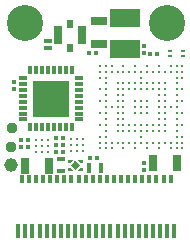
<source format=gts>
G75*
%MOIN*%
%OFA0B0*%
%FSLAX25Y25*%
%IPPOS*%
%LPD*%
%AMOC8*
5,1,8,0,0,1.08239X$1,22.5*
%
%ADD10R,0.01775X0.01381*%
%ADD11R,0.01381X0.01775*%
%ADD12R,0.02562X0.01775*%
%ADD13R,0.01775X0.03350*%
%ADD14R,0.10043X0.06106*%
%ADD15C,0.00200*%
%ADD16R,0.12405X0.12405*%
%ADD17R,0.01184X0.02562*%
%ADD18R,0.02562X0.01184*%
%ADD19R,0.05318X0.02956*%
%ADD20R,0.02169X0.02956*%
%ADD21R,0.02562X0.06106*%
%ADD22R,0.02169X0.02562*%
%ADD23R,0.02562X0.01578*%
%ADD24C,0.01184*%
%ADD25R,0.01578X0.00987*%
%ADD26R,0.01381X0.05121*%
%ADD27R,0.01381X0.02562*%
%ADD28C,0.03743*%
%ADD29C,0.04531*%
%ADD30R,0.02956X0.05318*%
%ADD31C,0.12011*%
D10*
X0170409Y0097378D03*
X0170409Y0099740D03*
X0213913Y0109543D03*
X0213913Y0111906D03*
X0213913Y0072772D03*
X0213913Y0070409D03*
D11*
X0198362Y0074346D03*
X0196000Y0074346D03*
X0186945Y0076512D03*
X0186945Y0078874D03*
X0186945Y0081236D03*
X0184583Y0081236D03*
X0184583Y0078874D03*
X0184583Y0076512D03*
X0175134Y0078087D03*
X0175134Y0080449D03*
X0172772Y0080449D03*
X0172772Y0078087D03*
X0195567Y0109583D03*
X0197929Y0109583D03*
X0215724Y0109150D03*
X0218087Y0109150D03*
D12*
X0186157Y0074281D03*
X0186157Y0070081D03*
D13*
X0195475Y0071079D03*
X0199675Y0071079D03*
D14*
X0207417Y0110961D03*
X0207417Y0121197D03*
D15*
X0193185Y0073776D02*
X0193185Y0073146D01*
X0192594Y0073146D01*
X0191965Y0073776D01*
X0193185Y0073776D01*
X0193185Y0073750D02*
X0191990Y0073750D01*
X0192189Y0073552D02*
X0193185Y0073552D01*
X0193185Y0073353D02*
X0192387Y0073353D01*
X0192586Y0073155D02*
X0193185Y0073155D01*
X0192218Y0072181D02*
X0190882Y0073517D01*
X0189546Y0072181D01*
X0190882Y0070845D01*
X0192218Y0072181D01*
X0192199Y0072162D02*
X0189565Y0072162D01*
X0189725Y0072360D02*
X0192039Y0072360D01*
X0191840Y0072559D02*
X0189924Y0072559D01*
X0190122Y0072758D02*
X0191642Y0072758D01*
X0191443Y0072956D02*
X0190321Y0072956D01*
X0190519Y0073155D02*
X0191245Y0073155D01*
X0191046Y0073353D02*
X0190718Y0073353D01*
X0189799Y0073776D02*
X0189169Y0073146D01*
X0188579Y0073146D01*
X0188579Y0073776D01*
X0189799Y0073776D01*
X0189774Y0073750D02*
X0188579Y0073750D01*
X0188579Y0073552D02*
X0189575Y0073552D01*
X0189377Y0073353D02*
X0188579Y0073353D01*
X0188579Y0073155D02*
X0189178Y0073155D01*
X0189763Y0071963D02*
X0192000Y0071963D01*
X0191802Y0071765D02*
X0189962Y0071765D01*
X0190160Y0071566D02*
X0191603Y0071566D01*
X0191405Y0071368D02*
X0190359Y0071368D01*
X0190557Y0071169D02*
X0191206Y0071169D01*
X0191008Y0070971D02*
X0190756Y0070971D01*
X0189799Y0070587D02*
X0189169Y0071217D01*
X0188579Y0071217D01*
X0188579Y0070587D01*
X0189799Y0070587D01*
X0189613Y0070772D02*
X0188579Y0070772D01*
X0188579Y0070971D02*
X0189415Y0070971D01*
X0189216Y0071169D02*
X0188579Y0071169D01*
X0191965Y0070587D02*
X0192594Y0071217D01*
X0193185Y0071217D01*
X0193185Y0070587D01*
X0191965Y0070587D01*
X0192150Y0070772D02*
X0193185Y0070772D01*
X0193185Y0070971D02*
X0192349Y0070971D01*
X0192547Y0071169D02*
X0193185Y0071169D01*
D16*
X0182850Y0094228D03*
D17*
X0181866Y0084780D03*
X0179898Y0084780D03*
X0177929Y0084780D03*
X0175961Y0084780D03*
X0183835Y0084780D03*
X0185803Y0084780D03*
X0187772Y0084780D03*
X0189740Y0084780D03*
X0189740Y0103677D03*
X0187772Y0103677D03*
X0185803Y0103677D03*
X0183835Y0103677D03*
X0181866Y0103677D03*
X0179898Y0103677D03*
X0177929Y0103677D03*
X0175961Y0103677D03*
D18*
X0173402Y0101118D03*
X0173402Y0099150D03*
X0173402Y0097181D03*
X0173402Y0095213D03*
X0173402Y0093244D03*
X0173402Y0091276D03*
X0173402Y0089307D03*
X0173402Y0087339D03*
X0192299Y0087339D03*
X0192299Y0089307D03*
X0192299Y0091276D03*
X0192299Y0093244D03*
X0192299Y0095213D03*
X0192299Y0097181D03*
X0192299Y0099150D03*
X0192299Y0101118D03*
D19*
X0198992Y0112378D03*
X0198992Y0120252D03*
D20*
X0189189Y0111039D03*
D21*
X0193126Y0115370D03*
X0185252Y0115370D03*
D22*
X0189189Y0119307D03*
D23*
X0181787Y0113618D03*
X0181787Y0111059D03*
D24*
X0199150Y0105252D03*
X0201118Y0105252D03*
X0201118Y0103283D03*
X0201118Y0101315D03*
X0199150Y0101315D03*
X0199150Y0103283D03*
X0203087Y0103283D03*
X0205055Y0103283D03*
X0207024Y0103283D03*
X0208992Y0103283D03*
X0210961Y0103283D03*
X0212929Y0103283D03*
X0212929Y0101315D03*
X0212929Y0099346D03*
X0212929Y0097378D03*
X0210961Y0097378D03*
X0210961Y0099346D03*
X0208992Y0099346D03*
X0208992Y0097378D03*
X0207024Y0097378D03*
X0207024Y0099346D03*
X0205055Y0099346D03*
X0205055Y0097378D03*
X0205055Y0095409D03*
X0205055Y0093441D03*
X0205055Y0091472D03*
X0205055Y0089504D03*
X0205055Y0087535D03*
X0205055Y0085567D03*
X0205055Y0083598D03*
X0207024Y0083598D03*
X0208992Y0083598D03*
X0210961Y0083598D03*
X0212929Y0083598D03*
X0212929Y0081630D03*
X0212929Y0079661D03*
X0210961Y0079661D03*
X0210961Y0077693D03*
X0208992Y0079661D03*
X0207024Y0079661D03*
X0207024Y0077693D03*
X0205055Y0079661D03*
X0203087Y0079661D03*
X0203087Y0077693D03*
X0201118Y0077693D03*
X0199150Y0077693D03*
X0199150Y0079661D03*
X0201118Y0079661D03*
X0201118Y0081630D03*
X0199150Y0081630D03*
X0201118Y0083598D03*
X0201118Y0085567D03*
X0199150Y0085567D03*
X0201118Y0087535D03*
X0201118Y0089504D03*
X0199150Y0089504D03*
X0201118Y0091472D03*
X0203087Y0091472D03*
X0201118Y0093441D03*
X0199150Y0093441D03*
X0201118Y0095409D03*
X0201118Y0097378D03*
X0199150Y0097378D03*
X0201118Y0099346D03*
X0203087Y0105252D03*
X0207024Y0105252D03*
X0210961Y0105252D03*
X0214898Y0105252D03*
X0214898Y0103283D03*
X0216866Y0103283D03*
X0218835Y0103283D03*
X0220803Y0103283D03*
X0222772Y0103283D03*
X0224740Y0103283D03*
X0224740Y0101315D03*
X0224740Y0099346D03*
X0224740Y0097378D03*
X0224740Y0095409D03*
X0224740Y0093441D03*
X0224740Y0091472D03*
X0224740Y0089504D03*
X0224740Y0087535D03*
X0224740Y0085567D03*
X0224740Y0083598D03*
X0224740Y0081630D03*
X0224740Y0079661D03*
X0224740Y0077693D03*
X0222772Y0077693D03*
X0222772Y0079661D03*
X0220803Y0079661D03*
X0218835Y0079661D03*
X0218835Y0077693D03*
X0216866Y0079661D03*
X0214898Y0079661D03*
X0214898Y0077693D03*
X0214898Y0083598D03*
X0216866Y0083598D03*
X0218835Y0083598D03*
X0220803Y0083598D03*
X0220803Y0085567D03*
X0218835Y0085567D03*
X0218835Y0087535D03*
X0220803Y0087535D03*
X0220803Y0089504D03*
X0218835Y0089504D03*
X0218835Y0091472D03*
X0220803Y0091472D03*
X0222772Y0091472D03*
X0220803Y0093441D03*
X0218835Y0093441D03*
X0218835Y0095409D03*
X0220803Y0095409D03*
X0220803Y0097378D03*
X0218835Y0097378D03*
X0218835Y0099346D03*
X0220803Y0099346D03*
X0216866Y0099346D03*
X0216866Y0097378D03*
X0214898Y0097378D03*
X0214898Y0099346D03*
X0214898Y0093441D03*
X0214898Y0091472D03*
X0214898Y0089504D03*
X0212929Y0089504D03*
X0210961Y0089504D03*
X0210961Y0091472D03*
X0212929Y0091472D03*
X0212929Y0093441D03*
X0210961Y0093441D03*
X0207024Y0093441D03*
X0207024Y0095409D03*
X0207024Y0091472D03*
X0207024Y0089504D03*
X0207024Y0087535D03*
X0207024Y0085567D03*
X0208992Y0085567D03*
X0210961Y0085567D03*
X0212929Y0085567D03*
X0214898Y0085567D03*
X0216866Y0085567D03*
X0226709Y0085567D03*
X0226709Y0081630D03*
X0226709Y0079661D03*
X0226709Y0077693D03*
X0226709Y0089504D03*
X0226709Y0093441D03*
X0226709Y0097378D03*
X0226709Y0101315D03*
X0226709Y0103283D03*
X0226709Y0105252D03*
X0224740Y0105252D03*
X0222772Y0105252D03*
X0218835Y0105252D03*
X0193638Y0080843D03*
X0191669Y0080843D03*
X0189701Y0080843D03*
X0189701Y0078874D03*
X0191669Y0078874D03*
X0191669Y0076906D03*
X0189701Y0076906D03*
X0193638Y0076906D03*
X0193638Y0078874D03*
X0181827Y0078480D03*
X0181827Y0076512D03*
X0179858Y0076512D03*
X0177890Y0076512D03*
X0177890Y0078480D03*
X0179858Y0078480D03*
X0179858Y0080449D03*
X0177890Y0080449D03*
X0181827Y0080449D03*
D25*
X0222575Y0108598D03*
X0222575Y0110173D03*
X0226906Y0110173D03*
X0226906Y0108598D03*
D26*
X0223953Y0050008D03*
X0221591Y0050008D03*
X0219228Y0050008D03*
X0216866Y0050008D03*
X0214504Y0050008D03*
X0212142Y0050008D03*
X0209780Y0050008D03*
X0207417Y0050008D03*
X0205055Y0050008D03*
X0202693Y0050008D03*
X0200331Y0050008D03*
X0197969Y0050008D03*
X0195606Y0050008D03*
X0193244Y0050008D03*
X0190882Y0050008D03*
X0188520Y0050008D03*
X0186157Y0050008D03*
X0183795Y0050008D03*
X0181433Y0050008D03*
X0179071Y0050008D03*
X0176709Y0050008D03*
X0174346Y0050008D03*
X0171984Y0050008D03*
D27*
X0173165Y0067331D03*
X0175528Y0067331D03*
X0177890Y0067331D03*
X0180252Y0067331D03*
X0182614Y0067331D03*
X0184976Y0067331D03*
X0187339Y0067331D03*
X0189701Y0067331D03*
X0192063Y0067331D03*
X0194425Y0067331D03*
X0196787Y0067331D03*
X0199150Y0067331D03*
X0201512Y0067331D03*
X0203874Y0067331D03*
X0206236Y0067331D03*
X0208598Y0067331D03*
X0210961Y0067331D03*
X0213323Y0067331D03*
X0215685Y0067331D03*
X0218047Y0067331D03*
X0220409Y0067331D03*
X0222772Y0067331D03*
D28*
X0169661Y0078165D03*
X0169740Y0084346D03*
D29*
X0169661Y0072142D03*
D30*
X0174346Y0071787D03*
X0182220Y0071787D03*
X0216866Y0072772D03*
X0224740Y0072772D03*
D31*
X0221591Y0119425D03*
X0174346Y0119425D03*
M02*

</source>
